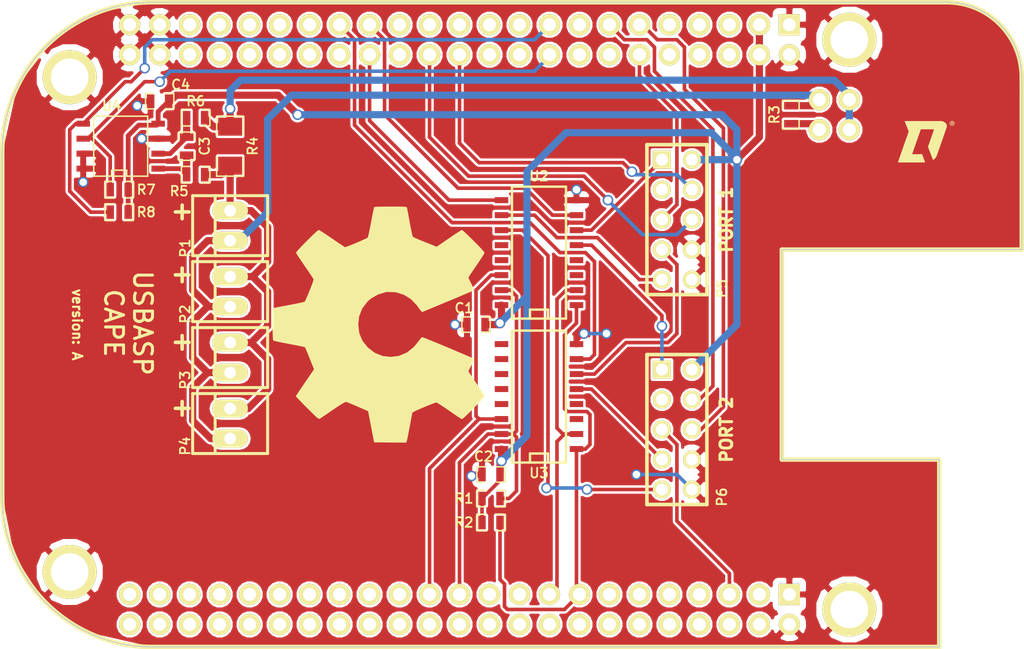
<source format=kicad_pcb>
(kicad_pcb (version 3) (host pcbnew "(2013-09-06 BZR 4312)-stable")
  (title_block (title "BeagleBone Black USBASP Cape") (date "02 sept  2014") (rev A) (company Defendec))
  (layers (15 F.Cu signal) (0 B.Cu signal) (18 B.Paste user) (19 F.Paste user) (20 B.SilkS user) (21 F.SilkS user) (22 B.Mask user) (23 F.Mask user) (28 Edge.Cuts user))
  (net 0 "")
  (net 1 1OE)
  (net 2 2OE)
  (net 3 3V3)
  (net 4 BAT_INA_OUT)
  (net 5 BAT_MINUS)
  (net 6 BAT_PLUS)
  (net 7 GND)
  (net 8 I2C1_SCL)
  (net 9 I2C1_SDA)
  (net 10 MISO1)
  (net 11 MISO2)
  (net 12 MOSI1)
  (net 13 MOSI2)
  (net 14 N-0000010)
  (net 15 N-00000105)
  (net 16 N-00000106)
  (net 17 N-00000107)
  (net 18 N-00000108)
  (net 19 N-00000109)
  (net 20 N-0000020)
  (net 21 N-0000026)
  (net 22 N-0000027)
  (net 23 N-0000028)
  (net 24 N-0000029)
  (net 25 N-0000030)
  (net 26 N-0000031)
  (net 27 N-0000032)
  (net 28 N-0000033)
  (net 29 N-0000034)
  (net 30 N-0000035)
  (net 31 N-0000036)
  (net 32 N-0000037)
  (net 33 N-0000038)
  (net 34 N-0000039)
  (net 35 N-0000040)
  (net 36 N-0000041)
  (net 37 N-0000042)
  (net 38 N-0000043)
  (net 39 N-0000044)
  (net 40 N-0000045)
  (net 41 N-0000046)
  (net 42 N-0000047)
  (net 43 N-0000048)
  (net 44 N-0000049)
  (net 45 N-0000050)
  (net 46 N-0000051)
  (net 47 N-0000052)
  (net 48 N-0000053)
  (net 49 N-0000054)
  (net 50 N-0000055)
  (net 51 N-0000056)
  (net 52 N-0000057)
  (net 53 N-0000058)
  (net 54 N-0000059)
  (net 55 N-0000060)
  (net 56 N-0000061)
  (net 57 N-0000062)
  (net 58 N-0000063)
  (net 59 N-0000064)
  (net 60 N-0000065)
  (net 61 N-0000066)
  (net 62 N-0000067)
  (net 63 N-0000068)
  (net 64 N-0000069)
  (net 65 N-0000070)
  (net 66 N-0000071)
  (net 67 N-0000072)
  (net 68 N-0000073)
  (net 69 N-0000074)
  (net 70 N-0000075)
  (net 71 N-0000076)
  (net 72 N-0000077)
  (net 73 N-0000078)
  (net 74 N-0000079)
  (net 75 N-000008)
  (net 76 N-0000080)
  (net 77 N-0000081)
  (net 78 N-0000082)
  (net 79 N-0000083)
  (net 80 N-0000084)
  (net 81 N-0000085)
  (net 82 N-0000086)
  (net 83 N-0000087)
  (net 84 N-0000088)
  (net 85 N-0000089)
  (net 86 N-000009)
  (net 87 N-0000091)
  (net 88 N-0000092)
  (net 89 N-0000093)
  (net 90 N-0000094)
  (net 91 N-0000095)
  (net 92 N-0000096)
  (net 93 N-0000097)
  (net 94 N-0000098)
  (net 95 RST1)
  (net 96 RST2)
  (net 97 S0)
  (net 98 S1)
  (net 99 SCLK1)
  (net 100 SCLK2)
  (net 101 SPI1_CS0)
  (net 102 SPI1_MISO)
  (net 103 SPI1_MOSI)
  (net 104 SPI1_SCLK)
  (net 105 TARGET_RST)
  (net 106 UART1_RX)
  (net 107 UART1_TX)
  (net 108 UART4_RX)
  (net 109 UART4_TX)
  (module BEAGLEBONEBLACK (layer F.Cu) (at 149.86 99.06)
    (fp_text reference U1 hide)
    (fp_text value BEAGLEBONEBLACK hide)
    (fp_line (start 36.195 11.811) (end 36.195 11.43) (layer Edge.Cuts) (width 0.1))
    (fp_line (start 36.195 11.43) (end 22.86 11.43) (layer Edge.Cuts) (width 0.1))
    (fp_line (start 22.86 11.43) (end 22.86 -6.35) (layer Edge.Cuts) (width 0.1))
    (fp_line (start 22.86 -6.35) (end 43.18 -6.35) (layer Edge.Cuts) (width 0.1))
    (fp_line (start 43.18 -6.35) (end 43.18 -6.731) (layer Edge.Cuts) (width 0.1))
    (fp_line (start -30.48 27.305) (end 36.195 27.305) (layer Edge.Cuts) (width 0.1))
    (fp_line (start 36.195 27.305) (end 36.195 11.811) (layer Edge.Cuts) (width 0.1))
    (fp_line (start 43.18 -6.731) (end 43.18 -19.685) (layer Edge.Cuts) (width 0.1))
    (fp_line (start 43.18 -20.955) (end 43.18 -19.685) (layer Edge.Cuts) (width 0.1))
    (fp_line (start -30.48 -27.305) (end 36.83 -27.305) (layer Edge.Cuts) (width 0.1))
    (fp_line (start -43.18 -14.605) (end -43.18 14.605) (layer Edge.Cuts) (width 0.1))
    (fp_arc (start -30.48 -14.605) (end -43.18 -14.605) (angle 90) (layer Edge.Cuts) (width 0.1))
    (fp_arc (start -30.48 14.605) (end -30.48 27.305) (angle 90) (layer Edge.Cuts) (width 0.1))
    (fp_arc (start 36.83 -20.955) (end 36.83 -27.305) (angle 90) (layer Edge.Cuts) (width 0.1))
    (pad M1 thru_hole circle (at -37.465 -20.955) (size 4.572 4.572) (drill 3.175) (layers *.Cu *.Mask F.SilkS) (net 7 GND))
    (pad M2 thru_hole circle (at 28.575 -24.13) (size 4.572 4.572) (drill 3.175) (layers *.Cu *.Mask F.SilkS) (net 7 GND))
    (pad M3 thru_hole circle (at 28.575 24.13) (size 4.572 4.572) (drill 3.175) (layers *.Cu *.Mask F.SilkS) (net 7 GND))
    (pad M4 thru_hole circle (at -37.465 20.955) (size 4.572 4.572) (drill 3.175) (layers *.Cu *.Mask F.SilkS) (net 7 GND))
    (pad C1 thru_hole rect (at 23.495 -25.4) (size 1.8 1.8) (drill 1.1) (layers *.Cu *.Mask F.SilkS) (net 7 GND))
    (pad C2 thru_hole circle (at 23.495 -22.86) (size 1.8 1.8) (drill 1.1) (layers *.Cu *.Mask F.SilkS) (net 7 GND))
    (pad C3 thru_hole circle (at 20.955 -25.4) (size 1.8 1.8) (drill 1.1) (layers *.Cu *.Mask F.SilkS) (net 3 3V3))
    (pad C4 thru_hole circle (at 20.955 -22.86) (size 1.8 1.8) (drill 1.1) (layers *.Cu *.Mask F.SilkS) (net 3 3V3))
    (pad C5 thru_hole circle (at 18.415 -25.4) (size 1.8 1.8) (drill 1.1) (layers *.Cu *.Mask F.SilkS) (net 51 N-0000056))
    (pad C6 thru_hole circle (at 18.415 -22.86) (size 1.8 1.8) (drill 1.1) (layers *.Cu *.Mask F.SilkS) (net 62 N-0000067))
    (pad C7 thru_hole circle (at 15.875 -25.4) (size 1.8 1.8) (drill 1.1) (layers *.Cu *.Mask F.SilkS) (net 60 N-0000065))
    (pad C8 thru_hole circle (at 15.875 -22.86) (size 1.8 1.8) (drill 1.1) (layers *.Cu *.Mask F.SilkS) (net 58 N-0000063))
    (pad C9 thru_hole circle (at 13.335 -25.4) (size 1.8 1.8) (drill 1.1) (layers *.Cu *.Mask F.SilkS) (net 56 N-0000061))
    (pad C10 thru_hole circle (at 13.335 -22.86) (size 1.8 1.8) (drill 1.1) (layers *.Cu *.Mask F.SilkS) (net 54 N-0000059))
    (pad C11 thru_hole circle (at 10.795 -25.4) (size 1.8 1.8) (drill 1.1) (layers *.Cu *.Mask F.SilkS) (net 108 UART4_RX))
    (pad C12 thru_hole circle (at 10.795 -22.86) (size 1.8 1.8) (drill 1.1) (layers *.Cu *.Mask F.SilkS) (net 95 RST1))
    (pad C13 thru_hole circle (at 8.255 -25.4) (size 1.8 1.8) (drill 1.1) (layers *.Cu *.Mask F.SilkS) (net 109 UART4_TX))
    (pad C14 thru_hole circle (at 8.255 -22.86) (size 1.8 1.8) (drill 1.1) (layers *.Cu *.Mask F.SilkS) (net 36 N-0000041))
    (pad C15 thru_hole circle (at 5.715 -25.4) (size 1.8 1.8) (drill 1.1) (layers *.Cu *.Mask F.SilkS) (net 31 N-0000036))
    (pad C16 thru_hole circle (at 5.715 -22.86) (size 1.8 1.8) (drill 1.1) (layers *.Cu *.Mask F.SilkS) (net 26 N-0000031))
    (pad C17 thru_hole circle (at 3.175 -25.4) (size 1.8 1.8) (drill 1.1) (layers *.Cu *.Mask F.SilkS) (net 8 I2C1_SCL))
    (pad C18 thru_hole circle (at 3.175 -22.86) (size 1.8 1.8) (drill 1.1) (layers *.Cu *.Mask F.SilkS) (net 9 I2C1_SDA))
    (pad C19 thru_hole circle (at 0.635 -25.4) (size 1.8 1.8) (drill 1.1) (layers *.Cu *.Mask F.SilkS) (net 38 N-0000043))
    (pad C20 thru_hole circle (at 0.635 -22.86) (size 1.8 1.8) (drill 1.1) (layers *.Cu *.Mask F.SilkS) (net 52 N-0000057))
    (pad C21 thru_hole circle (at -1.905 -25.4) (size 1.8 1.8) (drill 1.1) (layers *.Cu *.Mask F.SilkS) (net 81 N-0000085))
    (pad C22 thru_hole circle (at -1.905 -22.86) (size 1.8 1.8) (drill 1.1) (layers *.Cu *.Mask F.SilkS) (net 20 N-0000020))
    (pad C23 thru_hole circle (at -4.445 -25.4) (size 1.8 1.8) (drill 1.1) (layers *.Cu *.Mask F.SilkS) (net 69 N-0000074))
    (pad C24 thru_hole circle (at -4.445 -22.86) (size 1.8 1.8) (drill 1.1) (layers *.Cu *.Mask F.SilkS) (net 107 UART1_TX))
    (pad C25 thru_hole circle (at -6.985 -25.4) (size 1.8 1.8) (drill 1.1) (layers *.Cu *.Mask F.SilkS) (net 21 N-0000026))
    (pad C26 thru_hole circle (at -6.985 -22.86) (size 1.8 1.8) (drill 1.1) (layers *.Cu *.Mask F.SilkS) (net 106 UART1_RX))
    (pad C27 thru_hole circle (at -9.525 -25.4) (size 1.8 1.8) (drill 1.1) (layers *.Cu *.Mask F.SilkS) (net 105 TARGET_RST))
    (pad C28 thru_hole circle (at -9.525 -22.86) (size 1.8 1.8) (drill 1.1) (layers *.Cu *.Mask F.SilkS) (net 101 SPI1_CS0))
    (pad C29 thru_hole circle (at -12.065 -25.4) (size 1.8 1.8) (drill 1.1) (layers *.Cu *.Mask F.SilkS) (net 103 SPI1_MOSI))
    (pad C30 thru_hole circle (at -12.065 -22.86) (size 1.8 1.8) (drill 1.1) (layers *.Cu *.Mask F.SilkS) (net 102 SPI1_MISO))
    (pad C31 thru_hole circle (at -14.605 -25.4) (size 1.8 1.8) (drill 1.1) (layers *.Cu *.Mask F.SilkS) (net 104 SPI1_SCLK))
    (pad C32 thru_hole circle (at -14.605 -22.86) (size 1.8 1.8) (drill 1.1) (layers *.Cu *.Mask F.SilkS) (net 73 N-0000078))
    (pad C33 thru_hole circle (at -17.145 -25.4) (size 1.8 1.8) (drill 1.1) (layers *.Cu *.Mask F.SilkS) (net 67 N-0000072))
    (pad C34 thru_hole circle (at -17.145 -22.86) (size 1.8 1.8) (drill 1.1) (layers *.Cu *.Mask F.SilkS) (net 33 N-0000038))
    (pad C35 thru_hole circle (at -19.685 -25.4) (size 1.8 1.8) (drill 1.1) (layers *.Cu *.Mask F.SilkS) (net 29 N-0000034))
    (pad C36 thru_hole circle (at -19.685 -22.86) (size 1.8 1.8) (drill 1.1) (layers *.Cu *.Mask F.SilkS) (net 23 N-0000028))
    (pad C37 thru_hole circle (at -22.225 -25.4) (size 1.8 1.8) (drill 1.1) (layers *.Cu *.Mask F.SilkS) (net 48 N-0000053))
    (pad C38 thru_hole circle (at -22.225 -22.86) (size 1.8 1.8) (drill 1.1) (layers *.Cu *.Mask F.SilkS) (net 44 N-0000049))
    (pad C39 thru_hole circle (at -24.765 -25.4) (size 1.8 1.8) (drill 1.1) (layers *.Cu *.Mask F.SilkS) (net 39 N-0000044))
    (pad C40 thru_hole circle (at -24.765 -22.86) (size 1.8 1.8) (drill 1.1) (layers *.Cu *.Mask F.SilkS) (net 84 N-0000088))
    (pad C41 thru_hole circle (at -27.305 -25.4) (size 1.8 1.8) (drill 1.1) (layers *.Cu *.Mask F.SilkS) (net 78 N-0000082))
    (pad C42 thru_hole circle (at -27.305 -22.86) (size 1.8 1.8) (drill 1.1) (layers *.Cu *.Mask F.SilkS) (net 71 N-0000076))
    (pad C43 thru_hole circle (at -29.845 -25.4) (size 1.8 1.8) (drill 1.1) (layers *.Cu *.Mask F.SilkS) (net 7 GND))
    (pad C44 thru_hole circle (at -29.845 -22.86) (size 1.8 1.8) (drill 1.1) (layers *.Cu *.Mask F.SilkS) (net 7 GND))
    (pad C45 thru_hole circle (at -32.385 -25.4) (size 1.8 1.8) (drill 1.1) (layers *.Cu *.Mask F.SilkS) (net 7 GND))
    (pad C46 thru_hole circle (at -32.385 -22.86) (size 1.8 1.8) (drill 1.1) (layers *.Cu *.Mask F.SilkS) (net 7 GND))
    (pad B1 thru_hole rect (at 23.495 22.86) (size 1.8 1.8) (drill 1.1) (layers *.Cu *.Mask F.SilkS) (net 7 GND))
    (pad B2 thru_hole circle (at 23.495 25.4) (size 1.8 1.8) (drill 1.1) (layers *.Cu *.Mask F.SilkS) (net 7 GND))
    (pad B3 thru_hole circle (at 20.955 22.86) (size 1.8 1.8) (drill 1.1) (layers *.Cu *.Mask F.SilkS) (net 66 N-0000071))
    (pad B4 thru_hole circle (at 20.955 25.4) (size 1.8 1.8) (drill 1.1) (layers *.Cu *.Mask F.SilkS) (net 65 N-0000070))
    (pad B5 thru_hole circle (at 18.415 22.86) (size 1.8 1.8) (drill 1.1) (layers *.Cu *.Mask F.SilkS) (net 96 RST2))
    (pad B6 thru_hole circle (at 18.415 25.4) (size 1.8 1.8) (drill 1.1) (layers *.Cu *.Mask F.SilkS) (net 63 N-0000068))
    (pad B7 thru_hole circle (at 15.875 22.86) (size 1.8 1.8) (drill 1.1) (layers *.Cu *.Mask F.SilkS) (net 61 N-0000066))
    (pad B8 thru_hole circle (at 15.875 25.4) (size 1.8 1.8) (drill 1.1) (layers *.Cu *.Mask F.SilkS) (net 59 N-0000064))
    (pad B9 thru_hole circle (at 13.335 22.86) (size 1.8 1.8) (drill 1.1) (layers *.Cu *.Mask F.SilkS) (net 57 N-0000062))
    (pad B10 thru_hole circle (at 13.335 25.4) (size 1.8 1.8) (drill 1.1) (layers *.Cu *.Mask F.SilkS) (net 55 N-0000060))
    (pad B11 thru_hole circle (at 10.795 22.86) (size 1.8 1.8) (drill 1.1) (layers *.Cu *.Mask F.SilkS) (net 83 N-0000087))
    (pad B12 thru_hole circle (at 10.795 25.4) (size 1.8 1.8) (drill 1.1) (layers *.Cu *.Mask F.SilkS) (net 77 N-0000081))
    (pad B13 thru_hole circle (at 8.255 22.86) (size 1.8 1.8) (drill 1.1) (layers *.Cu *.Mask F.SilkS) (net 70 N-0000075))
    (pad B14 thru_hole circle (at 8.255 25.4) (size 1.8 1.8) (drill 1.1) (layers *.Cu *.Mask F.SilkS) (net 37 N-0000042))
    (pad B15 thru_hole circle (at 5.715 22.86) (size 1.8 1.8) (drill 1.1) (layers *.Cu *.Mask F.SilkS) (net 1 1OE))
    (pad B16 thru_hole circle (at 5.715 25.4) (size 1.8 1.8) (drill 1.1) (layers *.Cu *.Mask F.SilkS) (net 27 N-0000032))
    (pad B17 thru_hole circle (at 3.175 22.86) (size 1.8 1.8) (drill 1.1) (layers *.Cu *.Mask F.SilkS) (net 98 S1))
    (pad B18 thru_hole circle (at 3.175 25.4) (size 1.8 1.8) (drill 1.1) (layers *.Cu *.Mask F.SilkS) (net 47 N-0000052))
    (pad B19 thru_hole circle (at 0.635 22.86) (size 1.8 1.8) (drill 1.1) (layers *.Cu *.Mask F.SilkS) (net 43 N-0000048))
    (pad B20 thru_hole circle (at 0.635 25.4) (size 1.8 1.8) (drill 1.1) (layers *.Cu *.Mask F.SilkS) (net 53 N-0000058))
    (pad B21 thru_hole circle (at -1.905 22.86) (size 1.8 1.8) (drill 1.1) (layers *.Cu *.Mask F.SilkS) (net 82 N-0000086))
    (pad B22 thru_hole circle (at -1.905 25.4) (size 1.8 1.8) (drill 1.1) (layers *.Cu *.Mask F.SilkS) (net 76 N-0000080))
    (pad B23 thru_hole circle (at -4.445 22.86) (size 1.8 1.8) (drill 1.1) (layers *.Cu *.Mask F.SilkS) (net 2 2OE))
    (pad B24 thru_hole circle (at -4.445 25.4) (size 1.8 1.8) (drill 1.1) (layers *.Cu *.Mask F.SilkS) (net 35 N-0000040))
    (pad B25 thru_hole circle (at -6.985 22.86) (size 1.8 1.8) (drill 1.1) (layers *.Cu *.Mask F.SilkS) (net 97 S0))
    (pad B26 thru_hole circle (at -6.985 25.4) (size 1.8 1.8) (drill 1.1) (layers *.Cu *.Mask F.SilkS) (net 25 N-0000030))
    (pad B27 thru_hole circle (at -9.525 22.86) (size 1.8 1.8) (drill 1.1) (layers *.Cu *.Mask F.SilkS) (net 50 N-0000055))
    (pad B28 thru_hole circle (at -9.525 25.4) (size 1.8 1.8) (drill 1.1) (layers *.Cu *.Mask F.SilkS) (net 46 N-0000051))
    (pad B29 thru_hole circle (at -12.065 22.86) (size 1.8 1.8) (drill 1.1) (layers *.Cu *.Mask F.SilkS) (net 41 N-0000046))
    (pad B30 thru_hole circle (at -12.065 25.4) (size 1.8 1.8) (drill 1.1) (layers *.Cu *.Mask F.SilkS) (net 64 N-0000069))
    (pad B31 thru_hole circle (at -14.605 22.86) (size 1.8 1.8) (drill 1.1) (layers *.Cu *.Mask F.SilkS) (net 80 N-0000084))
    (pad B32 thru_hole circle (at -14.605 25.4) (size 1.8 1.8) (drill 1.1) (layers *.Cu *.Mask F.SilkS) (net 74 N-0000079))
    (pad B33 thru_hole circle (at -17.145 22.86) (size 1.8 1.8) (drill 1.1) (layers *.Cu *.Mask F.SilkS) (net 68 N-0000073))
    (pad B34 thru_hole circle (at -17.145 25.4) (size 1.8 1.8) (drill 1.1) (layers *.Cu *.Mask F.SilkS) (net 34 N-0000039))
    (pad B35 thru_hole circle (at -19.685 22.86) (size 1.8 1.8) (drill 1.1) (layers *.Cu *.Mask F.SilkS) (net 30 N-0000035))
    (pad B36 thru_hole circle (at -19.685 25.4) (size 1.8 1.8) (drill 1.1) (layers *.Cu *.Mask F.SilkS) (net 24 N-0000029))
    (pad B37 thru_hole circle (at -22.225 22.86) (size 1.8 1.8) (drill 1.1) (layers *.Cu *.Mask F.SilkS) (net 49 N-0000054))
    (pad B38 thru_hole circle (at -22.225 25.4) (size 1.8 1.8) (drill 1.1) (layers *.Cu *.Mask F.SilkS) (net 45 N-0000050))
    (pad B39 thru_hole circle (at -24.765 22.86) (size 1.8 1.8) (drill 1.1) (layers *.Cu *.Mask F.SilkS) (net 40 N-0000045))
    (pad B40 thru_hole circle (at -24.765 25.4) (size 1.8 1.8) (drill 1.1) (layers *.Cu *.Mask F.SilkS) (net 85 N-0000089))
    (pad B41 thru_hole circle (at -27.305 22.86) (size 1.8 1.8) (drill 1.1) (layers *.Cu *.Mask F.SilkS) (net 79 N-0000083))
    (pad B42 thru_hole circle (at -27.305 25.4) (size 1.8 1.8) (drill 1.1) (layers *.Cu *.Mask F.SilkS) (net 72 N-0000077))
    (pad B43 thru_hole circle (at -29.845 22.86) (size 1.8 1.8) (drill 1.1) (layers *.Cu *.Mask F.SilkS) (net 42 N-0000047))
    (pad B44 thru_hole circle (at -29.845 25.4) (size 1.8 1.8) (drill 1.1) (layers *.Cu *.Mask F.SilkS) (net 32 N-0000037))
    (pad B45 thru_hole circle (at -32.385 22.86) (size 1.8 1.8) (drill 1.1) (layers *.Cu *.Mask F.SilkS) (net 28 N-0000033))
    (pad B46 thru_hole circle (at -32.385 25.4) (size 1.8 1.8) (drill 1.1) (layers *.Cu *.Mask F.SilkS) (net 22 N-0000027))
    (pad A1 thru_hole circle (at 28.575 -19.05) (size 1.8 1.8) (drill 1.1) (layers *.Cu *.Mask F.SilkS) (net 4 BAT_INA_OUT))
    (pad A2 thru_hole circle (at 28.575 -16.51) (size 1.8 1.8) (drill 1.1) (layers *.Cu *.Mask F.SilkS) (net 4 BAT_INA_OUT))
    (pad A3 thru_hole circle (at 26.035 -19.05) (size 1.8 1.8) (drill 1.1) (layers *.Cu *.Mask F.SilkS) (net 5 BAT_MINUS))
    (pad A4 thru_hole circle (at 26.035 -16.51) (size 1.8 1.8) (drill 1.1) (layers *.Cu *.Mask F.SilkS) (net 75 N-000008))
  )
  (module SM0603_Capa (layer F.Cu) (at 146.812 99.06 180)
    (fp_text reference C1 (at 1.016 1.397 360) (layer F.SilkS) (effects (font (size 0.8128 0.8128))))
    (fp_text value 100n hide)
    (pad 1 smd rect (at -0.762 0 180) (size 0.635 1.143) (layers F.Cu F.Paste F.Mask) (net 3 3V3))
    (pad 2 smd rect (at 0.762 0 180) (size 0.635 1.143) (layers F.Cu F.Paste F.Mask) (net 7 GND))
  )
  (module SM0603_Capa (layer F.Cu) (at 148.082 111.76 180)
    (fp_text reference C2 (at 0.635 1.524 360) (layer F.SilkS) (effects (font (size 0.8128 0.8128))))
    (fp_text value 100n hide)
    (pad 1 smd rect (at -0.762 0 180) (size 0.635 1.143) (layers F.Cu F.Paste F.Mask) (net 3 3V3))
    (pad 2 smd rect (at 0.762 0 180) (size 0.635 1.143) (layers F.Cu F.Paste F.Mask) (net 7 GND))
  )
  (module PINHEAD1-2 (layer F.Cu) (at 125.984 90.678 90)
    (fp_text reference P1 (at -1.905 -3.81 90) (layer F.SilkS) (effects (font (size 0.8128 0.8128))))
    (fp_text value CONN_2 hide)
    (pad 1 thru_hole oval (at -1.27 0 90) (size 1.50622 3.01498) (drill 0.99822) (layers *.Cu F.Paste F.SilkS F.Mask) (net 5 BAT_MINUS))
    (pad 2 thru_hole oval (at 1.27 0 90) (size 1.50622 3.01498) (drill 0.99822) (layers *.Cu F.Paste F.SilkS F.Mask) (net 6 BAT_PLUS))
  )
  (module PINHEAD1-2 (layer F.Cu) (at 125.984 96.266 90)
    (fp_text reference P2 (at -1.905 -3.81 90) (layer F.SilkS) (effects (font (size 0.8128 0.8128))))
    (fp_text value CONN_2 hide)
    (pad 1 thru_hole oval (at -1.27 0 90) (size 1.50622 3.01498) (drill 0.99822) (layers *.Cu F.Paste F.SilkS F.Mask) (net 5 BAT_MINUS))
    (pad 2 thru_hole oval (at 1.27 0 90) (size 1.50622 3.01498) (drill 0.99822) (layers *.Cu F.Paste F.SilkS F.Mask) (net 6 BAT_PLUS))
  )
  (module PINHEAD1-2 (layer F.Cu) (at 125.984 101.854 90)
    (fp_text reference P3 (at -1.905 -3.81 90) (layer F.SilkS) (effects (font (size 0.8128 0.8128))))
    (fp_text value CONN_2 hide)
    (pad 1 thru_hole oval (at -1.27 0 90) (size 1.50622 3.01498) (drill 0.99822) (layers *.Cu F.Paste F.SilkS F.Mask) (net 5 BAT_MINUS))
    (pad 2 thru_hole oval (at 1.27 0 90) (size 1.50622 3.01498) (drill 0.99822) (layers *.Cu F.Paste F.SilkS F.Mask) (net 6 BAT_PLUS))
  )
  (module PINHEAD1-2 (layer F.Cu) (at 125.984 107.442 90)
    (fp_text reference P4 (at -1.905 -3.81 90) (layer F.SilkS) (effects (font (size 0.8128 0.8128))))
    (fp_text value CONN_2 hide)
    (pad 1 thru_hole oval (at -1.27 0 90) (size 1.50622 3.01498) (drill 0.99822) (layers *.Cu F.Paste F.SilkS F.Mask) (net 5 BAT_MINUS))
    (pad 2 thru_hole oval (at 1.27 0 90) (size 1.50622 3.01498) (drill 0.99822) (layers *.Cu F.Paste F.SilkS F.Mask) (net 6 BAT_PLUS))
  )
  (module PIN_ARRAY_5x2 (layer F.Cu) (at 163.83 90.17 270)
    (fp_text reference P5 (at 5.842 -3.81 270) (layer F.SilkS) (effects (font (size 0.8128 0.8128))))
    (fp_text value CONN_5X2 hide)
    (pad 1 thru_hole rect (at -5.08 1.27 270) (size 1.524 1.524) (drill 1.016) (layers *.Cu *.Mask F.SilkS) (net 12 MOSI1))
    (pad 2 thru_hole circle (at -5.08 -1.27 270) (size 1.524 1.524) (drill 1.016) (layers *.Cu *.Mask F.SilkS) (net 3 3V3))
    (pad 3 thru_hole circle (at -2.54 1.27 270) (size 1.524 1.524) (drill 1.016) (layers *.Cu *.Mask F.SilkS) (net 88 N-0000092))
    (pad 4 thru_hole circle (at -2.54 -1.27 270) (size 1.524 1.524) (drill 1.016) (layers *.Cu *.Mask F.SilkS) (net 107 UART1_TX))
    (pad 5 thru_hole circle (at 0 1.27 270) (size 1.524 1.524) (drill 1.016) (layers *.Cu *.Mask F.SilkS) (net 95 RST1))
    (pad 6 thru_hole circle (at 0 -1.27 270) (size 1.524 1.524) (drill 1.016) (layers *.Cu *.Mask F.SilkS) (net 106 UART1_RX))
    (pad 7 thru_hole circle (at 2.54 1.27 270) (size 1.524 1.524) (drill 1.016) (layers *.Cu *.Mask F.SilkS) (net 99 SCLK1))
    (pad 8 thru_hole circle (at 2.54 -1.27 270) (size 1.524 1.524) (drill 1.016) (layers *.Cu *.Mask F.SilkS) (net 7 GND))
    (pad 9 thru_hole circle (at 5.08 1.27 270) (size 1.524 1.524) (drill 1.016) (layers *.Cu *.Mask F.SilkS) (net 10 MISO1))
    (pad 10 thru_hole circle (at 5.08 -1.27 270) (size 1.524 1.524) (drill 1.016) (layers *.Cu *.Mask F.SilkS) (net 7 GND))
  )
  (module PIN_ARRAY_5x2 (layer F.Cu) (at 163.83 107.95 270)
    (fp_text reference P6 (at 5.715 -3.81 270) (layer F.SilkS) (effects (font (size 0.8128 0.8128))))
    (fp_text value CONN_5X2 hide)
    (pad 1 thru_hole rect (at -5.08 1.27 270) (size 1.524 1.524) (drill 1.016) (layers *.Cu *.Mask F.SilkS) (net 13 MOSI2))
    (pad 2 thru_hole circle (at -5.08 -1.27 270) (size 1.524 1.524) (drill 1.016) (layers *.Cu *.Mask F.SilkS) (net 3 3V3))
    (pad 3 thru_hole circle (at -2.54 1.27 270) (size 1.524 1.524) (drill 1.016) (layers *.Cu *.Mask F.SilkS) (net 87 N-0000091))
    (pad 4 thru_hole circle (at -2.54 -1.27 270) (size 1.524 1.524) (drill 1.016) (layers *.Cu *.Mask F.SilkS) (net 109 UART4_TX))
    (pad 5 thru_hole circle (at 0 1.27 270) (size 1.524 1.524) (drill 1.016) (layers *.Cu *.Mask F.SilkS) (net 96 RST2))
    (pad 6 thru_hole circle (at 0 -1.27 270) (size 1.524 1.524) (drill 1.016) (layers *.Cu *.Mask F.SilkS) (net 108 UART4_RX))
    (pad 7 thru_hole circle (at 2.54 1.27 270) (size 1.524 1.524) (drill 1.016) (layers *.Cu *.Mask F.SilkS) (net 100 SCLK2))
    (pad 8 thru_hole circle (at 2.54 -1.27 270) (size 1.524 1.524) (drill 1.016) (layers *.Cu *.Mask F.SilkS) (net 7 GND))
    (pad 9 thru_hole circle (at 5.08 1.27 270) (size 1.524 1.524) (drill 1.016) (layers *.Cu *.Mask F.SilkS) (net 11 MISO2))
    (pad 10 thru_hole circle (at 5.08 -1.27 270) (size 1.524 1.524) (drill 1.016) (layers *.Cu *.Mask F.SilkS) (net 7 GND))
  )
  (module SM0603_Resistor (layer F.Cu) (at 148.082 113.792)
    (fp_text reference R1 (at -2.286 0 180) (layer F.SilkS) (effects (font (size 0.8128 0.8128))))
    (fp_text value 10k hide)
    (pad 1 smd rect (at -0.762 0) (size 0.635 1.143) (layers F.Cu F.Paste F.Mask) (net 3 3V3))
    (pad 2 smd rect (at 0.762 0) (size 0.635 1.143) (layers F.Cu F.Paste F.Mask) (net 2 2OE))
  )
  (module SM0603_Resistor (layer F.Cu) (at 148.082 115.824)
    (fp_text reference R2 (at -2.286 0 180) (layer F.SilkS) (effects (font (size 0.8128 0.8128))))
    (fp_text value 10k hide)
    (pad 1 smd rect (at -0.762 0) (size 0.635 1.143) (layers F.Cu F.Paste F.Mask) (net 3 3V3))
    (pad 2 smd rect (at 0.762 0) (size 0.635 1.143) (layers F.Cu F.Paste F.Mask) (net 1 1OE))
  )
  (module SO16N (layer F.Cu) (at 152.146 92.964 90)
    (fp_text reference U2 (at 6.477 0 180) (layer F.SilkS) (effects (font (size 0.8128 0.8128))))
    (fp_text value SN74CBTLV3253 hide)
    (pad 16 smd rect (at -4.445 -3.175 90) (size 0.508 1.143) (layers F.Cu F.Paste F.Mask) (net 3 3V3))
    (pad 14 smd rect (at -1.905 -3.175 90) (size 0.508 1.143) (layers F.Cu F.Paste F.Mask) (net 97 S0))
    (pad 13 smd rect (at -0.635 -3.175 90) (size 0.508 1.143) (layers F.Cu F.Paste F.Mask) (net 91 N-0000095))
    (pad 12 smd rect (at 0.635 -3.175 90) (size 0.508 1.143) (layers F.Cu F.Paste F.Mask) (net 92 N-0000096))
    (pad 11 smd rect (at 1.905 -3.175 90) (size 0.508 1.143) (layers F.Cu F.Paste F.Mask) (net 11 MISO2))
    (pad 10 smd rect (at 3.175 -3.175 90) (size 0.508 1.143) (layers F.Cu F.Paste F.Mask) (net 10 MISO1))
    (pad 9 smd rect (at 4.445 -3.175 90) (size 0.508 1.143) (layers F.Cu F.Paste F.Mask) (net 102 SPI1_MISO))
    (pad 8 smd rect (at 4.445 3.175 90) (size 0.508 1.143) (layers F.Cu F.Paste F.Mask) (net 7 GND))
    (pad 7 smd rect (at 3.175 3.175 90) (size 0.508 1.143) (layers F.Cu F.Paste F.Mask) (net 103 SPI1_MOSI))
    (pad 6 smd rect (at 1.905 3.175 90) (size 0.508 1.143) (layers F.Cu F.Paste F.Mask) (net 12 MOSI1))
    (pad 5 smd rect (at 0.635 3.175 90) (size 0.508 1.143) (layers F.Cu F.Paste F.Mask) (net 13 MOSI2))
    (pad 4 smd rect (at -0.635 3.175 90) (size 0.508 1.143) (layers F.Cu F.Paste F.Mask) (net 93 N-0000097))
    (pad 3 smd rect (at -1.905 3.175 90) (size 0.508 1.143) (layers F.Cu F.Paste F.Mask) (net 94 N-0000098))
    (pad 2 smd rect (at -3.175 3.175 90) (size 0.508 1.143) (layers F.Cu F.Paste F.Mask) (net 98 S1))
    (pad 1 smd rect (at -4.445 3.175 90) (size 0.508 1.143) (layers F.Cu F.Paste F.Mask) (net 1 1OE))
    (pad 15 smd rect (at -3.175 -3.175 90) (size 0.508 1.143) (layers F.Cu F.Paste F.Mask) (net 2 2OE))
  )
  (module SO16N (layer F.Cu) (at 152.146 105.156 90)
    (fp_text reference U3 (at -6.477 0 180) (layer F.SilkS) (effects (font (size 0.8128 0.8128))))
    (fp_text value SN74CBTLV3253 hide)
    (pad 16 smd rect (at -4.445 -3.175 90) (size 0.508 1.143) (layers F.Cu F.Paste F.Mask) (net 3 3V3))
    (pad 14 smd rect (at -1.905 -3.175 90) (size 0.508 1.143) (layers F.Cu F.Paste F.Mask) (net 97 S0))
    (pad 13 smd rect (at -0.635 -3.175 90) (size 0.508 1.143) (layers F.Cu F.Paste F.Mask) (net 15 N-00000105))
    (pad 12 smd rect (at 0.635 -3.175 90) (size 0.508 1.143) (layers F.Cu F.Paste F.Mask) (net 16 N-00000106))
    (pad 11 smd rect (at 1.905 -3.175 90) (size 0.508 1.143) (layers F.Cu F.Paste F.Mask) (net 17 N-00000107))
    (pad 10 smd rect (at 3.175 -3.175 90) (size 0.508 1.143) (layers F.Cu F.Paste F.Mask) (net 18 N-00000108))
    (pad 9 smd rect (at 4.445 -3.175 90) (size 0.508 1.143) (layers F.Cu F.Paste F.Mask) (net 19 N-00000109))
    (pad 8 smd rect (at 4.445 3.175 90) (size 0.508 1.143) (layers F.Cu F.Paste F.Mask) (net 7 GND))
    (pad 7 smd rect (at 3.175 3.175 90) (size 0.508 1.143) (layers F.Cu F.Paste F.Mask) (net 104 SPI1_SCLK))
    (pad 6 smd rect (at 1.905 3.175 90) (size 0.508 1.143) (layers F.Cu F.Paste F.Mask) (net 99 SCLK1))
    (pad 5 smd rect (at 0.635 3.175 90) (size 0.508 1.143) (layers F.Cu F.Paste F.Mask) (net 100 SCLK2))
    (pad 4 smd rect (at -0.635 3.175 90) (size 0.508 1.143) (layers F.Cu F.Paste F.Mask) (net 89 N-0000093))
    (pad 3 smd rect (at -1.905 3.175 90) (size 0.508 1.143) (layers F.Cu F.Paste F.Mask) (net 90 N-0000094))
    (pad 2 smd rect (at -3.175 3.175 90) (size 0.508 1.143) (layers F.Cu F.Paste F.Mask) (net 98 S1))
    (pad 1 smd rect (at -4.445 3.175 90) (size 0.508 1.143) (layers F.Cu F.Paste F.Mask) (net 1 1OE))
    (pad 15 smd rect (at -3.175 -3.175 90) (size 0.508 1.143) (layers F.Cu F.Paste F.Mask) (net 2 2OE))
  )
  (module SM0603_Resistor (layer F.Cu) (at 173.482 81.28 90)
    (fp_text reference R3 (at 0 -1.397 270) (layer F.SilkS) (effects (font (size 0.8128 0.8128))))
    (fp_text value 10k hide)
    (pad 1 smd rect (at -0.762 0 90) (size 0.635 1.143) (layers F.Cu F.Paste F.Mask) (net 75 N-000008))
    (pad 2 smd rect (at 0.762 0 90) (size 0.635 1.143) (layers F.Cu F.Paste F.Mask) (net 5 BAT_MINUS))
  )
  (module SM0603_Capa (layer F.Cu) (at 122.301 83.947 90)
    (fp_text reference C3 (at 0 1.524 270) (layer F.SilkS) (effects (font (size 0.8128 0.8128))))
    (fp_text value 100n hide)
    (pad 1 smd rect (at -0.762 0 90) (size 0.635 1.143) (layers F.Cu F.Paste F.Mask) (net 14 N-0000010))
    (pad 2 smd rect (at 0.762 0 90) (size 0.635 1.143) (layers F.Cu F.Paste F.Mask) (net 86 N-000009))
  )
  (module SM0603_Capa (layer F.Cu) (at 120.015 80.137 180)
    (fp_text reference C4 (at -1.778 1.397 360) (layer F.SilkS) (effects (font (size 0.8128 0.8128))))
    (fp_text value 100n hide)
    (pad 1 smd rect (at -0.762 0 180) (size 0.635 1.143) (layers F.Cu F.Paste F.Mask) (net 3 3V3))
    (pad 2 smd rect (at 0.762 0 180) (size 0.635 1.143) (layers F.Cu F.Paste F.Mask) (net 7 GND))
  )
  (module SM1206 (layer F.Cu) (at 125.984 83.947 270)
    (fp_text reference R4 (at 0 -1.905 270) (layer F.SilkS) (effects (font (size 0.8128 0.8128))))
    (fp_text value 0.2R hide)
    (pad 1 smd rect (at -1.651 0 270) (size 1.524 2.032) (layers F.Cu F.Paste F.Mask) (net 4 BAT_INA_OUT))
    (pad 2 smd rect (at 1.651 0 270) (size 1.524 2.032) (layers F.Cu F.Paste F.Mask) (net 6 BAT_PLUS))
  )
  (module SM0603_Resistor (layer F.Cu) (at 123.063 86.36 180)
    (fp_text reference R5 (at 1.397 -1.397 360) (layer F.SilkS) (effects (font (size 0.8128 0.8128))))
    (fp_text value 10k hide)
    (pad 1 smd rect (at -0.762 0 180) (size 0.635 1.143) (layers F.Cu F.Paste F.Mask) (net 6 BAT_PLUS))
    (pad 2 smd rect (at 0.762 0 180) (size 0.635 1.143) (layers F.Cu F.Paste F.Mask) (net 14 N-0000010))
  )
  (module SM0603_Resistor (layer F.Cu) (at 123.063 81.534 180)
    (fp_text reference R6 (at 0 1.397 360) (layer F.SilkS) (effects (font (size 0.8128 0.8128))))
    (fp_text value 10k hide)
    (pad 1 smd rect (at -0.762 0 180) (size 0.635 1.143) (layers F.Cu F.Paste F.Mask) (net 4 BAT_INA_OUT))
    (pad 2 smd rect (at 0.762 0 180) (size 0.635 1.143) (layers F.Cu F.Paste F.Mask) (net 86 N-000009))
  )
  (module SM0603_Resistor (layer F.Cu) (at 116.586 87.63)
    (fp_text reference R7 (at 2.286 0 180) (layer F.SilkS) (effects (font (size 0.8128 0.8128))))
    (fp_text value 3.3k hide)
    (pad 1 smd rect (at -0.762 0) (size 0.635 1.143) (layers F.Cu F.Paste F.Mask) (net 9 I2C1_SDA))
    (pad 2 smd rect (at 0.762 0) (size 0.635 1.143) (layers F.Cu F.Paste F.Mask) (net 3 3V3))
  )
  (module SM0603_Resistor (layer F.Cu) (at 116.586 89.535)
    (fp_text reference R8 (at 2.286 0 180) (layer F.SilkS) (effects (font (size 0.8128 0.8128))))
    (fp_text value 3.3k hide)
    (pad 1 smd rect (at -0.762 0) (size 0.635 1.143) (layers F.Cu F.Paste F.Mask) (net 8 I2C1_SCL))
    (pad 2 smd rect (at 0.762 0) (size 0.635 1.143) (layers F.Cu F.Paste F.Mask) (net 3 3V3))
  )
  (module SO8N (layer F.Cu) (at 116.713 83.947 90)
    (fp_text reference U4 (at 3.429 -0.762 180) (layer F.SilkS) (effects (font (size 0.8128 0.8128))))
    (fp_text value INA219 hide)
    (pad 8 smd rect (at -1.905 -3.175 90) (size 0.508 1.143) (layers F.Cu F.Paste F.Mask) (net 7 GND))
    (pad 7 smd rect (at -0.635 -3.175 90) (size 0.508 1.143) (layers F.Cu F.Paste F.Mask) (net 7 GND))
    (pad 6 smd rect (at 0.635 -3.175 90) (size 0.508 1.143) (layers F.Cu F.Paste F.Mask) (net 9 I2C1_SDA))
    (pad 5 smd rect (at 1.905 -3.175 90) (size 0.508 1.143) (layers F.Cu F.Paste F.Mask) (net 8 I2C1_SCL))
    (pad 4 smd rect (at 1.905 3.175 90) (size 0.508 1.143) (layers F.Cu F.Paste F.Mask) (net 3 3V3))
    (pad 3 smd rect (at 0.635 3.175 90) (size 0.508 1.143) (layers F.Cu F.Paste F.Mask) (net 7 GND))
    (pad 2 smd rect (at -0.635 3.175 90) (size 0.508 1.143) (layers F.Cu F.Paste F.Mask) (net 86 N-000009))
    (pad 1 smd rect (at -1.905 3.175 90) (size 0.508 1.143) (layers F.Cu F.Paste F.Mask) (net 14 N-0000010))
  )
  (module OSHW-logo_silkscreen-front_20mm (layer F.Cu) (at 138.557 99.06 90)
    (fp_text reference G*** hide)
    (fp_text value OSHW-logo_silkscreen-front_20mm hide)
  )
  (module logo_d_tag (layer F.Cu) (at 185.039 83.566)
    (fp_text reference VAL hide)
    (fp_text value REF hide)
  )
  (gr_text "PORT 2" (at 168.021 107.95 90) (layer F.SilkS) (effects (font (size 1 1) (thickness 0.25))))
  (gr_text "PORT 1" (at 168.021 90.17 90) (layer F.SilkS) (effects (font (size 1 1) (thickness 0.25))))
  (gr_text + (at 121.92 106.045) (layer F.SilkS) (effects (font (size 1.508 1.508) (thickness 0.3))))
  (gr_text + (at 121.92 100.457) (layer F.SilkS) (effects (font (size 1.508 1.508) (thickness 0.3))))
  (gr_text + (at 121.92 94.742) (layer F.SilkS) (effects (font (size 1.508 1.508) (thickness 0.3))))
  (gr_text + (at 121.92 89.408) (layer F.SilkS) (effects (font (size 1.508 1.508) (thickness 0.3))))
  (gr_text "version: A" (at 113.03 99.06 270) (layer F.SilkS) (effects (font (size 0.8128 0.8128) (thickness 0.1778))))
  (gr_text "USBASP\nCAPE" (at 117.348 98.933 270) (layer F.SilkS) (effects (font (thickness 0.254))))
  (segment (start 148.844 115.824) (end 148.844 120.65) (width 0.3048) (layer F.Cu) (net 1))
  (segment (start 154.305 123.19) (end 155.575 121.92) (width 0.3048) (layer F.Cu) (net 1))
  (segment (start 149.479 123.19) (end 154.305 123.19) (width 0.3048) (layer F.Cu) (net 1))
  (segment (start 149.225 122.936) (end 149.479 123.19) (width 0.3048) (layer F.Cu) (net 1))
  (segment (start 149.225 121.031) (end 149.225 122.936) (width 0.3048) (layer F.Cu) (net 1))
  (segment (start 148.844 120.65) (end 149.225 121.031) (width 0.3048) (layer F.Cu) (net 1))
  (segment (start 155.321 97.409) (end 155.321 98.933) (width 0.3048) (layer F.Cu) (net 1))
  (segment (start 156.083 109.601) (end 155.321 109.601) (width 0.3048) (layer F.Cu) (net 1))
  (segment (start 156.464 109.22) (end 156.083 109.601) (width 0.3048) (layer F.Cu) (net 1))
  (segment (start 156.464 106.68) (end 156.464 109.22) (width 0.3048) (layer F.Cu) (net 1))
  (segment (start 156.21 106.426) (end 156.464 106.68) (width 0.3048) (layer F.Cu) (net 1))
  (segment (start 154.559 106.426) (end 156.21 106.426) (width 0.3048) (layer F.Cu) (net 1))
  (segment (start 154.305 106.172) (end 154.559 106.426) (width 0.3048) (layer F.Cu) (net 1))
  (segment (start 154.305 99.949) (end 154.305 106.172) (width 0.3048) (layer F.Cu) (net 1))
  (segment (start 155.321 98.933) (end 154.305 99.949) (width 0.3048) (layer F.Cu) (net 1))
  (segment (start 155.321 109.601) (end 155.321 121.666) (width 0.3048) (layer F.Cu) (net 1))
  (segment (start 155.321 121.666) (end 155.575 121.92) (width 0.3048) (layer F.Cu) (net 1))
  (segment (start 148.844 113.792) (end 149.606 113.792) (width 0.3048) (layer F.Cu) (net 2))
  (segment (start 150.241 108.585) (end 149.987 108.331) (width 0.3048) (layer F.Cu) (net 2))
  (segment (start 150.241 113.157) (end 150.241 108.585) (width 0.3048) (layer F.Cu) (net 2))
  (segment (start 149.606 113.792) (end 150.241 113.157) (width 0.3048) (layer F.Cu) (net 2))
  (segment (start 148.971 108.331) (end 149.987 108.331) (width 0.3048) (layer F.Cu) (net 2))
  (segment (start 149.733 96.139) (end 148.971 96.139) (width 0.3048) (layer F.Cu) (net 2))
  (segment (start 150.241 96.647) (end 149.733 96.139) (width 0.3048) (layer F.Cu) (net 2))
  (segment (start 150.241 108.077) (end 150.241 96.647) (width 0.3048) (layer F.Cu) (net 2))
  (segment (start 149.987 108.331) (end 150.241 108.077) (width 0.3048) (layer F.Cu) (net 2))
  (segment (start 145.415 121.92) (end 145.415 110.744) (width 0.3048) (layer F.Cu) (net 2))
  (segment (start 147.828 108.331) (end 148.971 108.331) (width 0.3048) (layer F.Cu) (net 2))
  (segment (start 145.415 110.744) (end 147.828 108.331) (width 0.3048) (layer F.Cu) (net 2))
  (segment (start 147.32 115.824) (end 147.32 113.792) (width 0.3048) (layer F.Cu) (net 3))
  (segment (start 147.32 113.792) (end 148.844 112.268) (width 0.3048) (layer F.Cu) (net 3))
  (segment (start 148.844 112.268) (end 148.844 111.76) (width 0.3048) (layer F.Cu) (net 3))
  (segment (start 117.348 89.535) (end 117.348 87.63) (width 0.4064) (layer F.Cu) (net 3))
  (segment (start 117.348 87.63) (end 117.348 83.058) (width 0.4064) (layer F.Cu) (net 3))
  (segment (start 117.348 83.058) (end 118.237 82.169) (width 0.4064) (layer F.Cu) (net 3))
  (segment (start 118.237 82.169) (end 119.761 82.169) (width 0.4064) (layer F.Cu) (net 3))
  (segment (start 119.761 82.169) (end 119.888 82.042) (width 0.4064) (layer F.Cu) (net 3))
  (segment (start 119.888 82.042) (end 119.888 81.026) (width 0.4064) (layer F.Cu) (net 3))
  (segment (start 119.888 81.026) (end 120.777 80.137) (width 0.4064) (layer F.Cu) (net 3))
  (segment (start 120.777 80.137) (end 120.904 80.137) (width 0.6096) (layer F.Cu) (net 3))
  (segment (start 168.91 82.55) (end 167.64 81.28) (width 0.6096) (layer B.Cu) (net 3))
  (segment (start 167.64 81.28) (end 132.588 81.28) (width 0.6096) (layer B.Cu) (net 3))
  (segment (start 168.91 82.55) (end 168.91 85.09) (width 0.6096) (layer B.Cu) (net 3))
  (segment (start 131.699 81.28) (end 132.588 81.28) (width 0.6096) (layer B.Cu) (net 3))
  (via (at 131.699 81.28) (size 0.889) (layers F.Cu B.Cu) (net 3))
  (segment (start 130.048 79.629) (end 131.699 81.28) (width 0.6096) (layer F.Cu) (net 3))
  (segment (start 121.412 79.629) (end 130.048 79.629) (width 0.6096) (layer F.Cu) (net 3))
  (segment (start 120.904 80.137) (end 121.412 79.629) (width 0.6096) (layer F.Cu) (net 3))
  (segment (start 148.844 111.76) (end 148.844 110.744) (width 0.6096) (layer F.Cu) (net 3))
  (segment (start 148.844 110.744) (end 148.971 110.617) (width 0.6096) (layer F.Cu) (net 3))
  (segment (start 151.13 96.647) (end 151.13 108.458) (width 0.6096) (layer B.Cu) (net 3))
  (segment (start 148.971 110.617) (end 148.971 109.601) (width 0.6096) (layer F.Cu) (net 3))
  (via (at 148.971 110.617) (size 0.889) (layers F.Cu B.Cu) (net 3))
  (segment (start 151.13 108.458) (end 148.971 110.617) (width 0.6096) (layer B.Cu) (net 3))
  (segment (start 148.971 97.409) (end 148.971 98.806) (width 0.6096) (layer F.Cu) (net 3))
  (segment (start 148.971 98.806) (end 148.844 98.933) (width 0.6096) (layer F.Cu) (net 3))
  (segment (start 168.91 84.963) (end 166.751 82.804) (width 0.6096) (layer B.Cu) (net 3))
  (segment (start 148.717 99.06) (end 147.574 99.06) (width 0.6096) (layer F.Cu) (net 3))
  (segment (start 148.844 98.933) (end 148.717 99.06) (width 0.6096) (layer F.Cu) (net 3))
  (via (at 148.844 98.933) (size 0.889) (layers F.Cu B.Cu) (net 3))
  (segment (start 151.13 96.647) (end 148.844 98.933) (width 0.6096) (layer B.Cu) (net 3))
  (segment (start 151.13 86.106) (end 151.13 96.647) (width 0.6096) (layer B.Cu) (net 3))
  (segment (start 154.432 82.804) (end 151.13 86.106) (width 0.6096) (layer B.Cu) (net 3))
  (segment (start 166.751 82.804) (end 154.432 82.804) (width 0.6096) (layer B.Cu) (net 3))
  (segment (start 168.91 85.09) (end 168.91 84.963) (width 0.6096) (layer B.Cu) (net 3))
  (segment (start 168.91 84.963) (end 168.91 99.06) (width 0.6096) (layer B.Cu) (net 3))
  (segment (start 168.91 99.06) (end 165.1 102.87) (width 0.6096) (layer B.Cu) (net 3))
  (segment (start 170.815 73.66) (end 170.815 76.2) (width 0.6096) (layer F.Cu) (net 3))
  (segment (start 170.815 76.2) (end 170.815 81.915) (width 0.6096) (layer F.Cu) (net 3))
  (segment (start 170.815 81.915) (end 170.815 83.185) (width 0.6096) (layer F.Cu) (net 3))
  (segment (start 170.815 83.185) (end 168.91 85.09) (width 0.6096) (layer F.Cu) (net 3))
  (via (at 168.91 85.09) (size 0.889) (layers F.Cu B.Cu) (net 3))
  (segment (start 168.91 85.09) (end 165.1 85.09) (width 0.6096) (layer B.Cu) (net 3))
  (segment (start 125.984 80.772) (end 125.984 79.248) (width 0.6096) (layer B.Cu) (net 4))
  (segment (start 126.873 78.359) (end 127.762 78.359) (width 0.6096) (layer B.Cu) (net 4))
  (segment (start 178.435 79.629) (end 178.435 80.01) (width 0.6096) (layer B.Cu) (net 4))
  (segment (start 177.165 78.359) (end 127.762 78.359) (width 0.6096) (layer B.Cu) (net 4))
  (segment (start 178.435 79.629) (end 177.165 78.359) (width 0.6096) (layer B.Cu) (net 4))
  (segment (start 125.984 79.248) (end 126.873 78.359) (width 0.6096) (layer B.Cu) (net 4))
  (segment (start 125.984 80.772) (end 125.984 80.645) (width 0.6096) (layer B.Cu) (net 4))
  (via (at 125.984 80.772) (size 0.889) (layers F.Cu B.Cu) (net 4))
  (segment (start 125.984 82.296) (end 125.984 80.772) (width 0.6096) (layer F.Cu) (net 4))
  (segment (start 125.984 82.296) (end 124.587 82.296) (width 0.6096) (layer F.Cu) (net 4))
  (segment (start 124.587 82.296) (end 123.825 81.534) (width 0.6096) (layer F.Cu) (net 4))
  (segment (start 178.435 82.55) (end 178.435 80.01) (width 0.6096) (layer B.Cu) (net 4))
  (segment (start 124.079 103.124) (end 122.809 104.394) (width 0.6096) (layer F.Cu) (net 5))
  (segment (start 124.333 108.712) (end 125.984 108.712) (width 0.6096) (layer F.Cu) (net 5))
  (segment (start 122.809 107.188) (end 124.333 108.712) (width 0.6096) (layer F.Cu) (net 5))
  (segment (start 122.809 104.394) (end 122.809 107.188) (width 0.6096) (layer F.Cu) (net 5))
  (segment (start 124.206 97.536) (end 124.079 97.536) (width 0.6096) (layer F.Cu) (net 5))
  (segment (start 124.079 103.124) (end 125.984 103.124) (width 0.6096) (layer F.Cu) (net 5))
  (segment (start 122.809 101.854) (end 124.079 103.124) (width 0.6096) (layer F.Cu) (net 5))
  (segment (start 122.809 98.806) (end 122.809 101.854) (width 0.6096) (layer F.Cu) (net 5))
  (segment (start 124.079 97.536) (end 122.809 98.806) (width 0.6096) (layer F.Cu) (net 5))
  (segment (start 125.984 91.948) (end 124.079 91.948) (width 0.6096) (layer F.Cu) (net 5))
  (segment (start 124.206 97.536) (end 125.984 97.536) (width 0.6096) (layer F.Cu) (net 5))
  (segment (start 122.809 96.139) (end 124.206 97.536) (width 0.6096) (layer F.Cu) (net 5))
  (segment (start 122.809 93.218) (end 122.809 96.139) (width 0.6096) (layer F.Cu) (net 5))
  (segment (start 124.079 91.948) (end 122.809 93.218) (width 0.6096) (layer F.Cu) (net 5))
  (segment (start 125.984 91.948) (end 126.746 91.948) (width 0.6096) (layer B.Cu) (net 5))
  (segment (start 175.641 80.01) (end 175.26 79.629) (width 0.6096) (layer B.Cu) (net 5))
  (segment (start 175.26 79.629) (end 133.858 79.629) (width 0.6096) (layer B.Cu) (net 5))
  (segment (start 175.641 80.01) (end 175.895 80.01) (width 0.6096) (layer B.Cu) (net 5))
  (segment (start 131.191 79.629) (end 133.858 79.629) (width 0.6096) (layer B.Cu) (net 5))
  (segment (start 129.159 81.661) (end 131.191 79.629) (width 0.6096) (layer B.Cu) (net 5))
  (segment (start 129.159 89.535) (end 129.159 81.661) (width 0.6096) (layer B.Cu) (net 5))
  (segment (start 126.746 91.948) (end 129.159 89.535) (width 0.6096) (layer B.Cu) (net 5))
  (segment (start 173.482 80.518) (end 175.387 80.518) (width 0.6096) (layer F.Cu) (net 5))
  (segment (start 175.387 80.518) (end 175.895 80.01) (width 0.6096) (layer F.Cu) (net 5))
  (segment (start 123.825 86.36) (end 125.222 86.36) (width 0.6096) (layer F.Cu) (net 6))
  (segment (start 125.222 86.36) (end 125.984 85.598) (width 0.6096) (layer F.Cu) (net 6))
  (segment (start 125.984 85.598) (end 125.984 89.408) (width 0.6096) (layer F.Cu) (net 6))
  (segment (start 127.762 100.584) (end 129.159 101.981) (width 0.6096) (layer F.Cu) (net 6))
  (segment (start 127.508 106.172) (end 125.984 106.172) (width 0.6096) (layer F.Cu) (net 6))
  (segment (start 129.159 104.521) (end 127.508 106.172) (width 0.6096) (layer F.Cu) (net 6))
  (segment (start 129.159 101.981) (end 129.159 104.521) (width 0.6096) (layer F.Cu) (net 6))
  (segment (start 127.889 94.996) (end 129.159 96.266) (width 0.6096) (layer F.Cu) (net 6))
  (segment (start 127.762 100.584) (end 125.984 100.584) (width 0.6096) (layer F.Cu) (net 6))
  (segment (start 129.159 99.187) (end 127.762 100.584) (width 0.6096) (layer F.Cu) (net 6))
  (segment (start 129.159 96.266) (end 129.159 99.187) (width 0.6096) (layer F.Cu) (net 6))
  (segment (start 125.984 94.996) (end 127.889 94.996) (width 0.6096) (layer F.Cu) (net 6))
  (segment (start 127.762 89.408) (end 125.984 89.408) (width 0.6096) (layer F.Cu) (net 6))
  (segment (start 129.159 90.805) (end 127.762 89.408) (width 0.6096) (layer F.Cu) (net 6))
  (segment (start 129.159 93.726) (end 129.159 90.805) (width 0.6096) (layer F.Cu) (net 6))
  (segment (start 127.889 94.996) (end 129.159 93.726) (width 0.6096) (layer F.Cu) (net 6))
  (segment (start 165.1 113.03) (end 163.83 111.76) (width 0.3048) (layer B.Cu) (net 7))
  (via (at 160.401 111.76) (size 0.889) (layers F.Cu B.Cu) (net 7))
  (segment (start 163.83 111.76) (end 160.401 111.76) (width 0.3048) (layer B.Cu) (net 7))
  (segment (start 157.861 99.822) (end 155.956 99.822) (width 0.3048) (layer B.Cu) (net 7))
  (segment (start 155.321 100.457) (end 155.956 99.822) (width 0.3048) (layer F.Cu) (net 7))
  (via (at 155.956 99.822) (size 0.889) (layers F.Cu B.Cu) (net 7))
  (segment (start 155.321 100.457) (end 155.321 100.711) (width 0.3048) (layer F.Cu) (net 7))
  (via (at 157.861 99.822) (size 0.889) (layers F.Cu B.Cu) (net 7))
  (segment (start 155.321 88.519) (end 155.321 87.63) (width 0.3048) (layer F.Cu) (net 7))
  (via (at 155.321 87.63) (size 0.889) (layers F.Cu B.Cu) (net 7))
  (segment (start 147.32 111.76) (end 146.558 111.76) (width 0.3048) (layer F.Cu) (net 7))
  (via (at 146.431 111.887) (size 0.889) (layers F.Cu B.Cu) (net 7))
  (segment (start 146.558 111.76) (end 146.431 111.887) (width 0.3048) (layer F.Cu) (net 7))
  (segment (start 146.05 99.06) (end 145.034 99.06) (width 0.3048) (layer F.Cu) (net 7))
  (via (at 145.034 99.06) (size 0.889) (layers F.Cu B.Cu) (net 7))
  (segment (start 119.888 83.312) (end 118.491 83.312) (width 0.3048) (layer F.Cu) (net 7))
  (via (at 118.491 83.312) (size 0.889) (layers F.Cu B.Cu) (net 7))
  (segment (start 113.538 85.852) (end 113.538 86.995) (width 0.3048) (layer F.Cu) (net 7))
  (via (at 113.538 86.995) (size 0.889) (layers F.Cu B.Cu) (net 7))
  (segment (start 113.538 84.582) (end 113.538 85.852) (width 0.3048) (layer F.Cu) (net 7))
  (segment (start 119.253 80.137) (end 118.491 80.137) (width 0.3048) (layer F.Cu) (net 7))
  (via (at 118.11 80.518) (size 0.889) (layers F.Cu B.Cu) (net 7))
  (segment (start 118.491 80.137) (end 118.11 80.518) (width 0.3048) (layer F.Cu) (net 7))
  (segment (start 113.538 82.042) (end 112.903 82.042) (width 0.3048) (layer F.Cu) (net 8))
  (segment (start 114.173 89.535) (end 115.824 89.535) (width 0.3048) (layer F.Cu) (net 8))
  (segment (start 112.395 87.757) (end 114.173 89.535) (width 0.3048) (layer F.Cu) (net 8))
  (segment (start 112.395 82.55) (end 112.395 87.757) (width 0.3048) (layer F.Cu) (net 8))
  (segment (start 112.903 82.042) (end 112.395 82.55) (width 0.3048) (layer F.Cu) (net 8))
  (via (at 118.745 77.343) (size 0.889) (layers F.Cu B.Cu) (net 8))
  (segment (start 151.765 74.93) (end 119.38 74.93) (width 0.3048) (layer B.Cu) (net 8))
  (segment (start 119.38 74.93) (end 118.745 75.565) (width 0.3048) (layer B.Cu) (net 8))
  (segment (start 118.745 75.565) (end 118.745 77.343) (width 0.3048) (layer B.Cu) (net 8))
  (segment (start 153.035 73.66) (end 151.765 74.93) (width 0.3048) (layer B.Cu) (net 8))
  (segment (start 117.094 78.486) (end 113.538 82.042) (width 0.3048) (layer F.Cu) (net 8))
  (segment (start 117.602 78.486) (end 117.094 78.486) (width 0.3048) (layer F.Cu) (net 8))
  (segment (start 118.745 77.343) (end 117.602 78.486) (width 0.3048) (layer F.Cu) (net 8))
  (segment (start 115.824 87.63) (end 115.824 84.836) (width 0.3048) (layer F.Cu) (net 9))
  (segment (start 114.3 83.312) (end 113.538 83.312) (width 0.3048) (layer F.Cu) (net 9))
  (segment (start 115.824 84.836) (end 114.3 83.312) (width 0.3048) (layer F.Cu) (net 9))
  (segment (start 113.538 83.312) (end 113.919 83.312) (width 0.3048) (layer F.Cu) (net 9))
  (segment (start 153.035 76.327) (end 151.765 77.597) (width 0.3048) (layer B.Cu) (net 9))
  (segment (start 151.765 77.597) (end 121.158 77.597) (width 0.3048) (layer B.Cu) (net 9))
  (segment (start 153.035 76.327) (end 153.035 76.2) (width 0.3048) (layer B.Cu) (net 9))
  (segment (start 120.904 77.597) (end 121.158 77.597) (width 0.3048) (layer B.Cu) (net 9))
  (segment (start 120.015 78.486) (end 120.904 77.597) (width 0.3048) (layer B.Cu) (net 9))
  (via (at 120.015 78.486) (size 0.889) (layers F.Cu B.Cu) (net 9))
  (segment (start 118.745 78.486) (end 120.015 78.486) (width 0.3048) (layer F.Cu) (net 9))
  (segment (start 113.919 83.312) (end 118.745 78.486) (width 0.3048) (layer F.Cu) (net 9))
  (segment (start 162.56 95.25) (end 160.655 95.25) (width 0.3048) (layer F.Cu) (net 10))
  (segment (start 151.765 89.789) (end 153.67 91.694) (width 0.3048) (layer F.Cu) (net 10))
  (segment (start 153.67 91.694) (end 157.099 91.694) (width 0.3048) (layer F.Cu) (net 10))
  (segment (start 151.765 89.789) (end 148.971 89.789) (width 0.3048) (layer F.Cu) (net 10))
  (segment (start 160.655 95.25) (end 157.099 91.694) (width 0.3048) (layer F.Cu) (net 10))
  (segment (start 148.971 91.059) (end 150.749 91.059) (width 0.3048) (layer F.Cu) (net 11))
  (via (at 156.21 113.03) (size 0.889) (layers F.Cu B.Cu) (net 11))
  (segment (start 156.21 113.03) (end 156.083 112.903) (width 0.3048) (layer B.Cu) (net 11))
  (segment (start 156.083 112.903) (end 152.781 112.903) (width 0.3048) (layer B.Cu) (net 11))
  (via (at 152.781 112.903) (size 0.889) (layers F.Cu B.Cu) (net 11))
  (segment (start 152.781 112.903) (end 152.908 112.776) (width 0.3048) (layer F.Cu) (net 11))
  (segment (start 152.908 112.776) (end 152.908 108.331) (width 0.3048) (layer F.Cu) (net 11))
  (segment (start 152.908 93.218) (end 152.908 108.331) (width 0.3048) (layer F.Cu) (net 11))
  (segment (start 150.876 91.186) (end 152.908 93.218) (width 0.3048) (layer F.Cu) (net 11))
  (segment (start 156.21 113.03) (end 162.56 113.03) (width 0.3048) (layer F.Cu) (net 11))
  (segment (start 150.749 91.059) (end 150.876 91.186) (width 0.3048) (layer F.Cu) (net 11))
  (segment (start 155.321 91.059) (end 156.591 91.059) (width 0.3048) (layer F.Cu) (net 12))
  (segment (start 156.591 91.059) (end 162.56 85.09) (width 0.3048) (layer F.Cu) (net 12))
  (segment (start 155.321 92.329) (end 156.591 92.329) (width 0.3048) (layer F.Cu) (net 13))
  (segment (start 162.56 99.187) (end 162.56 102.87) (width 0.3048) (layer B.Cu) (net 13))
  (via (at 162.56 99.187) (size 0.889) (layers F.Cu B.Cu) (net 13))
  (segment (start 162.56 98.298) (end 162.56 99.187) (width 0.3048) (layer F.Cu) (net 13))
  (segment (start 156.591 92.329) (end 162.56 98.298) (width 0.3048) (layer F.Cu) (net 13))
  (segment (start 122.301 84.709) (end 122.301 86.36) (width 0.6096) (layer F.Cu) (net 14))
  (segment (start 119.888 85.852) (end 121.793 85.852) (width 0.4064) (layer F.Cu) (net 14))
  (segment (start 121.793 85.852) (end 122.301 86.36) (width 0.4064) (layer F.Cu) (net 14))
  (segment (start 173.482 82.042) (end 175.387 82.042) (width 0.6096) (layer F.Cu) (net 75))
  (segment (start 175.387 82.042) (end 175.895 82.55) (width 0.6096) (layer F.Cu) (net 75))
  (segment (start 119.888 84.582) (end 120.904 84.582) (width 0.4064) (layer F.Cu) (net 86))
  (segment (start 120.904 84.582) (end 122.301 83.185) (width 0.4064) (layer F.Cu) (net 86))
  (segment (start 122.301 83.185) (end 122.301 81.534) (width 0.6096) (layer F.Cu) (net 86))
  (segment (start 160.655 76.2) (end 160.655 77.978) (width 0.3048) (layer F.Cu) (net 95))
  (segment (start 163.83 88.9) (end 163.83 81.153) (width 0.3048) (layer F.Cu) (net 95))
  (segment (start 163.83 88.9) (end 162.56 90.17) (width 0.3048) (layer F.Cu) (net 95))
  (segment (start 160.655 77.978) (end 163.83 81.153) (width 0.3048) (layer F.Cu) (net 95))
  (segment (start 162.56 107.95) (end 163.83 109.22) (width 0.3048) (layer F.Cu) (net 96))
  (segment (start 168.275 120.142) (end 168.275 121.92) (width 0.3048) (layer F.Cu) (net 96))
  (segment (start 163.83 115.697) (end 168.275 120.142) (width 0.3048) (layer F.Cu) (net 96))
  (segment (start 163.83 109.22) (end 163.83 115.697) (width 0.3048) (layer F.Cu) (net 96))
  (segment (start 142.875 111.506) (end 142.875 111.252) (width 0.3048) (layer F.Cu) (net 97))
  (segment (start 142.875 122.682) (end 142.875 111.506) (width 0.3048) (layer F.Cu) (net 97))
  (segment (start 145.669 108.458) (end 143.764 110.363) (width 0.3048) (layer F.Cu) (net 97))
  (segment (start 145.669 108.458) (end 147.066 107.061) (width 0.3048) (layer F.Cu) (net 97))
  (segment (start 142.875 111.252) (end 143.764 110.363) (width 0.3048) (layer F.Cu) (net 97))
  (segment (start 148.971 107.061) (end 147.066 107.061) (width 0.3048) (layer F.Cu) (net 97))
  (segment (start 147.32 95.631) (end 146.812 96.139) (width 0.3048) (layer F.Cu) (net 97))
  (segment (start 148.082 94.869) (end 147.32 95.631) (width 0.3048) (layer F.Cu) (net 97))
  (segment (start 148.082 94.869) (end 148.971 94.869) (width 0.3048) (layer F.Cu) (net 97))
  (segment (start 146.812 105.156) (end 146.812 105.283) (width 0.3048) (layer F.Cu) (net 97))
  (segment (start 146.812 96.139) (end 146.812 105.156) (width 0.3048) (layer F.Cu) (net 97))
  (segment (start 146.812 105.283) (end 146.812 106.807) (width 0.3048) (layer F.Cu) (net 97))
  (segment (start 147.066 107.061) (end 146.812 106.807) (width 0.3048) (layer F.Cu) (net 97))
  (segment (start 154.178 108.331) (end 154.178 108.458) (width 0.3048) (layer F.Cu) (net 98))
  (segment (start 153.67 121.285) (end 153.035 121.92) (width 0.3048) (layer F.Cu) (net 98))
  (segment (start 153.67 108.966) (end 153.67 121.285) (width 0.3048) (layer F.Cu) (net 98))
  (segment (start 154.178 108.458) (end 153.67 108.966) (width 0.3048) (layer F.Cu) (net 98))
  (segment (start 155.321 96.139) (end 154.432 96.139) (width 0.3048) (layer F.Cu) (net 98))
  (segment (start 154.178 108.331) (end 155.321 108.331) (width 0.3048) (layer F.Cu) (net 98))
  (segment (start 153.67 107.823) (end 154.178 108.331) (width 0.3048) (layer F.Cu) (net 98))
  (segment (start 153.67 96.901) (end 153.67 107.823) (width 0.3048) (layer F.Cu) (net 98))
  (segment (start 154.432 96.139) (end 153.67 96.901) (width 0.3048) (layer F.Cu) (net 98))
  (segment (start 155.321 108.331) (end 154.813 108.331) (width 0.3048) (layer F.Cu) (net 98))
  (segment (start 163.83 96.266) (end 163.83 99.822) (width 0.3048) (layer F.Cu) (net 99))
  (segment (start 163.83 93.98) (end 163.83 96.266) (width 0.3048) (layer F.Cu) (net 99))
  (segment (start 155.321 103.251) (end 156.845 103.251) (width 0.3048) (layer F.Cu) (net 99))
  (segment (start 163.83 93.98) (end 162.56 92.71) (width 0.3048) (layer F.Cu) (net 99))
  (segment (start 159.512 100.584) (end 156.845 103.251) (width 0.3048) (layer F.Cu) (net 99))
  (segment (start 163.068 100.584) (end 159.512 100.584) (width 0.3048) (layer F.Cu) (net 99))
  (segment (start 163.83 99.822) (end 163.068 100.584) (width 0.3048) (layer F.Cu) (net 99))
  (segment (start 155.321 104.521) (end 156.591 104.521) (width 0.3048) (layer F.Cu) (net 100))
  (segment (start 156.591 104.521) (end 162.56 110.49) (width 0.3048) (layer F.Cu) (net 100))
  (segment (start 137.795 76.2) (end 137.795 81.788) (width 0.3048) (layer F.Cu) (net 102))
  (segment (start 144.526 88.519) (end 148.971 88.519) (width 0.3048) (layer F.Cu) (net 102))
  (segment (start 137.795 81.788) (end 144.526 88.519) (width 0.3048) (layer F.Cu) (net 102))
  (segment (start 139.065 78.613) (end 139.065 81.28) (width 0.3048) (layer F.Cu) (net 103))
  (segment (start 139.065 74.93) (end 139.065 76.2) (width 0.3048) (layer F.Cu) (net 103))
  (segment (start 139.065 76.2) (end 139.065 78.613) (width 0.3048) (layer F.Cu) (net 103))
  (segment (start 137.795 73.66) (end 139.065 74.93) (width 0.3048) (layer F.Cu) (net 103))
  (segment (start 153.289 89.789) (end 155.321 89.789) (width 0.3048) (layer F.Cu) (net 103))
  (segment (start 151.003 87.503) (end 153.289 89.789) (width 0.3048) (layer F.Cu) (net 103))
  (segment (start 145.288 87.503) (end 151.003 87.503) (width 0.3048) (layer F.Cu) (net 103))
  (segment (start 139.065 81.28) (end 145.288 87.503) (width 0.3048) (layer F.Cu) (net 103))
  (segment (start 147.828 90.424) (end 144.78 90.424) (width 0.3048) (layer F.Cu) (net 104))
  (segment (start 135.255 73.66) (end 136.525 74.93) (width 0.3048) (layer F.Cu) (net 104))
  (segment (start 153.924 92.964) (end 151.384 90.424) (width 0.3048) (layer F.Cu) (net 104))
  (segment (start 151.384 90.424) (end 147.828 90.424) (width 0.3048) (layer F.Cu) (net 104))
  (segment (start 156.845 94.361) (end 156.845 93.726) (width 0.3048) (layer F.Cu) (net 104))
  (segment (start 156.464 101.981) (end 156.845 101.6) (width 0.3048) (layer F.Cu) (net 104))
  (segment (start 156.845 101.6) (end 156.845 94.361) (width 0.3048) (layer F.Cu) (net 104))
  (segment (start 156.464 101.981) (end 155.321 101.981) (width 0.3048) (layer F.Cu) (net 104))
  (segment (start 156.083 92.964) (end 154.051 92.964) (width 0.3048) (layer F.Cu) (net 104))
  (segment (start 156.845 93.726) (end 156.083 92.964) (width 0.3048) (layer F.Cu) (net 104))
  (segment (start 154.051 92.964) (end 153.924 92.964) (width 0.3048) (layer F.Cu) (net 104))
  (segment (start 136.525 82.169) (end 136.525 74.93) (width 0.3048) (layer F.Cu) (net 104))
  (segment (start 144.78 90.424) (end 136.525 82.169) (width 0.3048) (layer F.Cu) (net 104))
  (segment (start 154.559 86.487) (end 155.956 86.487) (width 0.3048) (layer F.Cu) (net 106))
  (segment (start 142.875 76.2) (end 142.875 83.185) (width 0.3048) (layer F.Cu) (net 106))
  (segment (start 146.177 86.487) (end 154.559 86.487) (width 0.3048) (layer F.Cu) (net 106))
  (segment (start 142.875 83.185) (end 146.177 86.487) (width 0.3048) (layer F.Cu) (net 106))
  (segment (start 163.83 91.44) (end 165.1 90.17) (width 0.3048) (layer B.Cu) (net 106))
  (segment (start 160.909 91.44) (end 163.83 91.44) (width 0.3048) (layer B.Cu) (net 106))
  (segment (start 157.988 88.519) (end 160.909 91.44) (width 0.3048) (layer B.Cu) (net 106))
  (via (at 157.988 88.519) (size 0.889) (layers F.Cu B.Cu) (net 106))
  (segment (start 155.956 86.487) (end 157.988 88.519) (width 0.3048) (layer F.Cu) (net 106))
  (segment (start 154.559 85.344) (end 159.258 85.344) (width 0.3048) (layer F.Cu) (net 107))
  (segment (start 145.415 83.693) (end 147.066 85.344) (width 0.3048) (layer F.Cu) (net 107))
  (segment (start 147.066 85.344) (end 154.559 85.344) (width 0.3048) (layer F.Cu) (net 107))
  (segment (start 145.415 76.2) (end 145.415 83.693) (width 0.3048) (layer F.Cu) (net 107))
  (segment (start 163.83 86.36) (end 165.1 87.63) (width 0.3048) (layer B.Cu) (net 107))
  (segment (start 160.274 86.36) (end 163.83 86.36) (width 0.3048) (layer B.Cu) (net 107))
  (segment (start 160.02 86.106) (end 160.274 86.36) (width 0.254) (layer B.Cu) (net 107))
  (via (at 160.02 86.106) (size 0.889) (layers F.Cu B.Cu) (net 107))
  (segment (start 159.258 85.344) (end 160.02 86.106) (width 0.3048) (layer F.Cu) (net 107))
  (segment (start 164.465 77.216) (end 164.465 79.121) (width 0.3048) (layer F.Cu) (net 108))
  (segment (start 165.862 107.95) (end 167.767 106.045) (width 0.3048) (layer F.Cu) (net 108))
  (segment (start 167.767 106.045) (end 167.767 83.947) (width 0.3048) (layer F.Cu) (net 108))
  (segment (start 165.1 107.95) (end 165.862 107.95) (width 0.3048) (layer F.Cu) (net 108))
  (segment (start 160.909 73.66) (end 162.179 74.93) (width 0.3048) (layer F.Cu) (net 108))
  (segment (start 162.179 74.93) (end 163.83 74.93) (width 0.3048) (layer F.Cu) (net 108))
  (segment (start 163.83 74.93) (end 164.465 75.565) (width 0.3048) (layer F.Cu) (net 108))
  (segment (start 164.465 75.565) (end 164.465 77.216) (width 0.3048) (layer F.Cu) (net 108))
  (segment (start 160.909 73.66) (end 160.655 73.66) (width 0.254) (layer F.Cu) (net 108))
  (segment (start 167.767 82.423) (end 167.767 83.947) (width 0.3048) (layer F.Cu) (net 108))
  (segment (start 164.465 79.121) (end 167.767 82.423) (width 0.3048) (layer F.Cu) (net 108))
  (segment (start 161.925 77.216) (end 161.925 77.597) (width 0.3048) (layer F.Cu) (net 109))
  (segment (start 165.735 105.41) (end 166.878 104.267) (width 0.3048) (layer F.Cu) (net 109))
  (segment (start 166.878 104.267) (end 166.878 83.947) (width 0.3048) (layer F.Cu) (net 109))
  (segment (start 165.1 105.41) (end 165.735 105.41) (width 0.254) (layer F.Cu) (net 109))
  (segment (start 159.385 74.93) (end 161.29 74.93) (width 0.3048) (layer F.Cu) (net 109))
  (segment (start 161.29 74.93) (end 161.925 75.565) (width 0.3048) (layer F.Cu) (net 109))
  (segment (start 161.925 75.565) (end 161.925 77.216) (width 0.3048) (layer F.Cu) (net 109))
  (segment (start 159.385 74.93) (end 158.115 73.66) (width 0.3048) (layer F.Cu) (net 109))
  (segment (start 166.878 82.55) (end 166.878 83.947) (width 0.3048) (layer F.Cu) (net 109))
  (segment (start 161.925 77.597) (end 166.878 82.55) (width 0.3048) (layer F.Cu) (net 109))
  (zone (net 7) (net_name GND) (layer F.Cu) (connect_pads (clearance 0.2032)) (min_thickness 0.254) (fill (arc_segments 16) (thermal_gap 0.508) (thermal_bridge_width 0.508) (smoothing fillet))
    (polygon (pts (xy 193.04 92.71) (xy 172.72 92.71) (xy 172.72 110.49) (xy 186.055 110.49) (xy 186.055 126.365) (xy 119.38 126.365) (xy 113.792 125.095) (xy 110.236 122.555) (xy 107.696 118.618) (xy 106.68 113.538) (xy 106.68 84.582) (xy 107.95 78.867) (xy 110.998 74.93) (xy 114.681 72.644) (xy 119.38 71.755) (xy 186.563 71.755) (xy 189.103 72.263) (xy 191.389 73.787) (xy 192.659 75.946) (xy 193.04 78.105)))
  )
)
</source>
